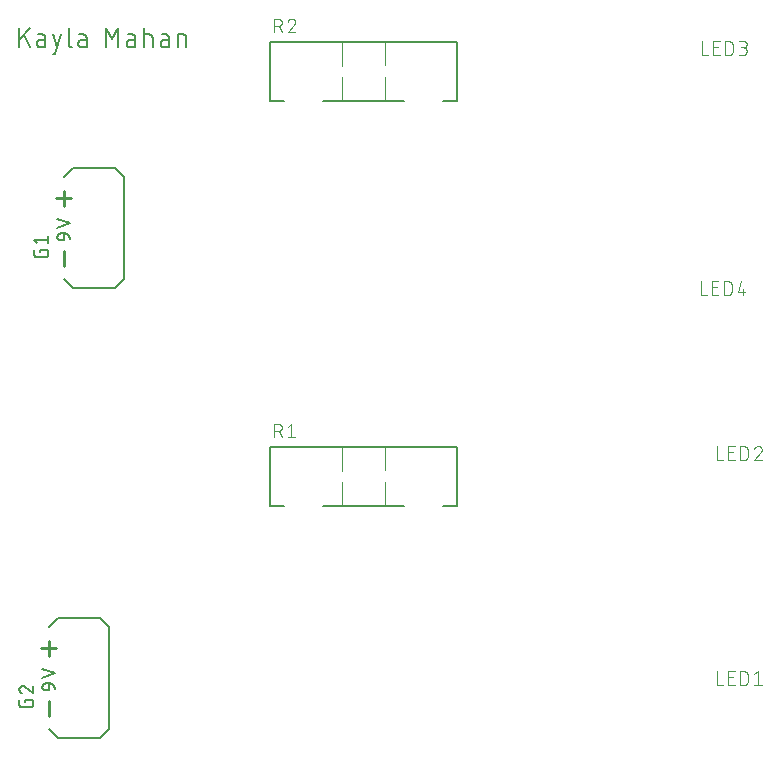
<source format=gto>
G04 EAGLE Gerber RS-274X export*
G75*
%MOMM*%
%FSLAX34Y34*%
%LPD*%
%INSilkscreen Top*%
%IPPOS*%
%AMOC8*
5,1,8,0,0,1.08239X$1,22.5*%
G01*
%ADD10C,0.152400*%
%ADD11C,0.254000*%
%ADD12C,0.203200*%
%ADD13C,0.127000*%
%ADD14C,0.101600*%
%ADD15C,0.010000*%


D10*
X38862Y750062D02*
X38862Y766318D01*
X47893Y766318D02*
X38862Y756384D01*
X42474Y759996D02*
X47893Y750062D01*
X56710Y756384D02*
X60774Y756384D01*
X56710Y756384D02*
X56598Y756382D01*
X56487Y756376D01*
X56376Y756366D01*
X56265Y756353D01*
X56155Y756335D01*
X56046Y756313D01*
X55937Y756288D01*
X55829Y756259D01*
X55723Y756226D01*
X55617Y756189D01*
X55513Y756149D01*
X55411Y756105D01*
X55310Y756057D01*
X55211Y756006D01*
X55113Y755951D01*
X55018Y755893D01*
X54925Y755832D01*
X54834Y755767D01*
X54745Y755699D01*
X54659Y755628D01*
X54576Y755555D01*
X54495Y755478D01*
X54416Y755398D01*
X54341Y755316D01*
X54269Y755231D01*
X54199Y755144D01*
X54133Y755054D01*
X54070Y754962D01*
X54010Y754867D01*
X53954Y754771D01*
X53901Y754673D01*
X53852Y754573D01*
X53806Y754471D01*
X53764Y754368D01*
X53725Y754263D01*
X53690Y754157D01*
X53659Y754050D01*
X53632Y753942D01*
X53608Y753833D01*
X53589Y753723D01*
X53573Y753613D01*
X53561Y753502D01*
X53553Y753390D01*
X53549Y753279D01*
X53549Y753167D01*
X53553Y753056D01*
X53561Y752944D01*
X53573Y752833D01*
X53589Y752723D01*
X53608Y752613D01*
X53632Y752504D01*
X53659Y752396D01*
X53690Y752289D01*
X53725Y752183D01*
X53764Y752078D01*
X53806Y751975D01*
X53852Y751873D01*
X53901Y751773D01*
X53954Y751675D01*
X54010Y751579D01*
X54070Y751484D01*
X54133Y751392D01*
X54199Y751302D01*
X54269Y751215D01*
X54341Y751130D01*
X54416Y751048D01*
X54495Y750968D01*
X54576Y750891D01*
X54659Y750818D01*
X54745Y750747D01*
X54834Y750679D01*
X54925Y750614D01*
X55018Y750553D01*
X55113Y750495D01*
X55211Y750440D01*
X55310Y750389D01*
X55411Y750341D01*
X55513Y750297D01*
X55617Y750257D01*
X55723Y750220D01*
X55829Y750187D01*
X55937Y750158D01*
X56046Y750133D01*
X56155Y750111D01*
X56265Y750093D01*
X56376Y750080D01*
X56487Y750070D01*
X56598Y750064D01*
X56710Y750062D01*
X60774Y750062D01*
X60774Y758190D01*
X60772Y758291D01*
X60766Y758392D01*
X60757Y758493D01*
X60744Y758594D01*
X60727Y758694D01*
X60706Y758793D01*
X60682Y758891D01*
X60654Y758988D01*
X60622Y759085D01*
X60587Y759180D01*
X60548Y759273D01*
X60506Y759365D01*
X60460Y759456D01*
X60411Y759545D01*
X60359Y759631D01*
X60303Y759716D01*
X60245Y759799D01*
X60183Y759879D01*
X60118Y759957D01*
X60051Y760033D01*
X59981Y760106D01*
X59908Y760176D01*
X59832Y760243D01*
X59754Y760308D01*
X59674Y760370D01*
X59591Y760428D01*
X59506Y760484D01*
X59420Y760536D01*
X59331Y760585D01*
X59240Y760631D01*
X59148Y760673D01*
X59055Y760712D01*
X58960Y760747D01*
X58863Y760779D01*
X58766Y760807D01*
X58668Y760831D01*
X58569Y760852D01*
X58469Y760869D01*
X58368Y760882D01*
X58267Y760891D01*
X58166Y760897D01*
X58065Y760899D01*
X54452Y760899D01*
X67169Y744643D02*
X68976Y744643D01*
X74394Y760899D01*
X67169Y760899D02*
X70782Y750062D01*
X80432Y752771D02*
X80432Y766318D01*
X80433Y752771D02*
X80435Y752670D01*
X80441Y752569D01*
X80450Y752468D01*
X80463Y752367D01*
X80480Y752267D01*
X80501Y752168D01*
X80525Y752070D01*
X80553Y751973D01*
X80585Y751876D01*
X80620Y751781D01*
X80659Y751688D01*
X80701Y751596D01*
X80747Y751505D01*
X80796Y751417D01*
X80848Y751330D01*
X80904Y751245D01*
X80962Y751162D01*
X81024Y751082D01*
X81089Y751004D01*
X81156Y750928D01*
X81226Y750855D01*
X81299Y750785D01*
X81375Y750718D01*
X81453Y750653D01*
X81533Y750591D01*
X81616Y750533D01*
X81701Y750477D01*
X81788Y750425D01*
X81876Y750376D01*
X81967Y750330D01*
X82059Y750288D01*
X82152Y750249D01*
X82247Y750214D01*
X82344Y750182D01*
X82441Y750154D01*
X82539Y750130D01*
X82638Y750109D01*
X82738Y750092D01*
X82839Y750079D01*
X82940Y750070D01*
X83041Y750064D01*
X83142Y750062D01*
X91620Y756384D02*
X95684Y756384D01*
X91620Y756384D02*
X91508Y756382D01*
X91397Y756376D01*
X91286Y756366D01*
X91175Y756353D01*
X91065Y756335D01*
X90956Y756313D01*
X90847Y756288D01*
X90739Y756259D01*
X90633Y756226D01*
X90527Y756189D01*
X90423Y756149D01*
X90321Y756105D01*
X90220Y756057D01*
X90121Y756006D01*
X90023Y755951D01*
X89928Y755893D01*
X89835Y755832D01*
X89744Y755767D01*
X89655Y755699D01*
X89569Y755628D01*
X89486Y755555D01*
X89405Y755478D01*
X89326Y755398D01*
X89251Y755316D01*
X89179Y755231D01*
X89109Y755144D01*
X89043Y755054D01*
X88980Y754962D01*
X88920Y754867D01*
X88864Y754771D01*
X88811Y754673D01*
X88762Y754573D01*
X88716Y754471D01*
X88674Y754368D01*
X88635Y754263D01*
X88600Y754157D01*
X88569Y754050D01*
X88542Y753942D01*
X88518Y753833D01*
X88499Y753723D01*
X88483Y753613D01*
X88471Y753502D01*
X88463Y753390D01*
X88459Y753279D01*
X88459Y753167D01*
X88463Y753056D01*
X88471Y752944D01*
X88483Y752833D01*
X88499Y752723D01*
X88518Y752613D01*
X88542Y752504D01*
X88569Y752396D01*
X88600Y752289D01*
X88635Y752183D01*
X88674Y752078D01*
X88716Y751975D01*
X88762Y751873D01*
X88811Y751773D01*
X88864Y751675D01*
X88920Y751579D01*
X88980Y751484D01*
X89043Y751392D01*
X89109Y751302D01*
X89179Y751215D01*
X89251Y751130D01*
X89326Y751048D01*
X89405Y750968D01*
X89486Y750891D01*
X89569Y750818D01*
X89655Y750747D01*
X89744Y750679D01*
X89835Y750614D01*
X89928Y750553D01*
X90023Y750495D01*
X90121Y750440D01*
X90220Y750389D01*
X90321Y750341D01*
X90423Y750297D01*
X90527Y750257D01*
X90633Y750220D01*
X90739Y750187D01*
X90847Y750158D01*
X90956Y750133D01*
X91065Y750111D01*
X91175Y750093D01*
X91286Y750080D01*
X91397Y750070D01*
X91508Y750064D01*
X91620Y750062D01*
X95684Y750062D01*
X95684Y758190D01*
X95683Y758190D02*
X95681Y758291D01*
X95675Y758392D01*
X95666Y758493D01*
X95653Y758594D01*
X95636Y758694D01*
X95615Y758793D01*
X95591Y758891D01*
X95563Y758988D01*
X95531Y759085D01*
X95496Y759180D01*
X95457Y759273D01*
X95415Y759365D01*
X95369Y759456D01*
X95320Y759545D01*
X95268Y759631D01*
X95212Y759716D01*
X95154Y759799D01*
X95092Y759879D01*
X95027Y759957D01*
X94960Y760033D01*
X94890Y760106D01*
X94817Y760176D01*
X94741Y760243D01*
X94663Y760308D01*
X94583Y760370D01*
X94500Y760428D01*
X94415Y760484D01*
X94329Y760536D01*
X94240Y760585D01*
X94149Y760631D01*
X94057Y760673D01*
X93964Y760712D01*
X93869Y760747D01*
X93772Y760779D01*
X93675Y760807D01*
X93577Y760831D01*
X93478Y760852D01*
X93378Y760869D01*
X93277Y760882D01*
X93176Y760891D01*
X93075Y760897D01*
X92974Y760899D01*
X89362Y760899D01*
X111736Y766318D02*
X111736Y750062D01*
X117154Y757287D02*
X111736Y766318D01*
X117154Y757287D02*
X122573Y766318D01*
X122573Y750062D01*
X132782Y756384D02*
X136846Y756384D01*
X132782Y756384D02*
X132670Y756382D01*
X132559Y756376D01*
X132448Y756366D01*
X132337Y756353D01*
X132227Y756335D01*
X132118Y756313D01*
X132009Y756288D01*
X131901Y756259D01*
X131795Y756226D01*
X131689Y756189D01*
X131585Y756149D01*
X131483Y756105D01*
X131382Y756057D01*
X131283Y756006D01*
X131185Y755951D01*
X131090Y755893D01*
X130997Y755832D01*
X130906Y755767D01*
X130817Y755699D01*
X130731Y755628D01*
X130648Y755555D01*
X130567Y755478D01*
X130488Y755398D01*
X130413Y755316D01*
X130341Y755231D01*
X130271Y755144D01*
X130205Y755054D01*
X130142Y754962D01*
X130082Y754867D01*
X130026Y754771D01*
X129973Y754673D01*
X129924Y754573D01*
X129878Y754471D01*
X129836Y754368D01*
X129797Y754263D01*
X129762Y754157D01*
X129731Y754050D01*
X129704Y753942D01*
X129680Y753833D01*
X129661Y753723D01*
X129645Y753613D01*
X129633Y753502D01*
X129625Y753390D01*
X129621Y753279D01*
X129621Y753167D01*
X129625Y753056D01*
X129633Y752944D01*
X129645Y752833D01*
X129661Y752723D01*
X129680Y752613D01*
X129704Y752504D01*
X129731Y752396D01*
X129762Y752289D01*
X129797Y752183D01*
X129836Y752078D01*
X129878Y751975D01*
X129924Y751873D01*
X129973Y751773D01*
X130026Y751675D01*
X130082Y751579D01*
X130142Y751484D01*
X130205Y751392D01*
X130271Y751302D01*
X130341Y751215D01*
X130413Y751130D01*
X130488Y751048D01*
X130567Y750968D01*
X130648Y750891D01*
X130731Y750818D01*
X130817Y750747D01*
X130906Y750679D01*
X130997Y750614D01*
X131090Y750553D01*
X131185Y750495D01*
X131283Y750440D01*
X131382Y750389D01*
X131483Y750341D01*
X131585Y750297D01*
X131689Y750257D01*
X131795Y750220D01*
X131901Y750187D01*
X132009Y750158D01*
X132118Y750133D01*
X132227Y750111D01*
X132337Y750093D01*
X132448Y750080D01*
X132559Y750070D01*
X132670Y750064D01*
X132782Y750062D01*
X136846Y750062D01*
X136846Y758190D01*
X136845Y758190D02*
X136843Y758291D01*
X136837Y758392D01*
X136828Y758493D01*
X136815Y758594D01*
X136798Y758694D01*
X136777Y758793D01*
X136753Y758891D01*
X136725Y758988D01*
X136693Y759085D01*
X136658Y759180D01*
X136619Y759273D01*
X136577Y759365D01*
X136531Y759456D01*
X136482Y759545D01*
X136430Y759631D01*
X136374Y759716D01*
X136316Y759799D01*
X136254Y759879D01*
X136189Y759957D01*
X136122Y760033D01*
X136052Y760106D01*
X135979Y760176D01*
X135903Y760243D01*
X135825Y760308D01*
X135745Y760370D01*
X135662Y760428D01*
X135577Y760484D01*
X135491Y760536D01*
X135402Y760585D01*
X135311Y760631D01*
X135219Y760673D01*
X135126Y760712D01*
X135031Y760747D01*
X134934Y760779D01*
X134837Y760807D01*
X134739Y760831D01*
X134640Y760852D01*
X134540Y760869D01*
X134439Y760882D01*
X134338Y760891D01*
X134237Y760897D01*
X134136Y760899D01*
X130524Y760899D01*
X144283Y766318D02*
X144283Y750062D01*
X144283Y760899D02*
X148799Y760899D01*
X148903Y760897D01*
X149006Y760891D01*
X149110Y760881D01*
X149213Y760867D01*
X149315Y760849D01*
X149416Y760828D01*
X149517Y760802D01*
X149616Y760773D01*
X149715Y760740D01*
X149812Y760703D01*
X149907Y760662D01*
X150001Y760618D01*
X150093Y760570D01*
X150183Y760519D01*
X150272Y760464D01*
X150358Y760406D01*
X150441Y760344D01*
X150523Y760280D01*
X150601Y760212D01*
X150677Y760142D01*
X150751Y760069D01*
X150821Y759992D01*
X150889Y759914D01*
X150953Y759832D01*
X151015Y759749D01*
X151073Y759663D01*
X151128Y759574D01*
X151179Y759484D01*
X151227Y759392D01*
X151271Y759298D01*
X151312Y759203D01*
X151349Y759106D01*
X151382Y759007D01*
X151411Y758908D01*
X151437Y758807D01*
X151458Y758706D01*
X151476Y758604D01*
X151490Y758501D01*
X151500Y758397D01*
X151506Y758294D01*
X151508Y758190D01*
X151508Y750062D01*
X161439Y756384D02*
X165503Y756384D01*
X161439Y756384D02*
X161327Y756382D01*
X161216Y756376D01*
X161105Y756366D01*
X160994Y756353D01*
X160884Y756335D01*
X160775Y756313D01*
X160666Y756288D01*
X160558Y756259D01*
X160452Y756226D01*
X160346Y756189D01*
X160242Y756149D01*
X160140Y756105D01*
X160039Y756057D01*
X159940Y756006D01*
X159842Y755951D01*
X159747Y755893D01*
X159654Y755832D01*
X159563Y755767D01*
X159474Y755699D01*
X159388Y755628D01*
X159305Y755555D01*
X159224Y755478D01*
X159145Y755398D01*
X159070Y755316D01*
X158998Y755231D01*
X158928Y755144D01*
X158862Y755054D01*
X158799Y754962D01*
X158739Y754867D01*
X158683Y754771D01*
X158630Y754673D01*
X158581Y754573D01*
X158535Y754471D01*
X158493Y754368D01*
X158454Y754263D01*
X158419Y754157D01*
X158388Y754050D01*
X158361Y753942D01*
X158337Y753833D01*
X158318Y753723D01*
X158302Y753613D01*
X158290Y753502D01*
X158282Y753390D01*
X158278Y753279D01*
X158278Y753167D01*
X158282Y753056D01*
X158290Y752944D01*
X158302Y752833D01*
X158318Y752723D01*
X158337Y752613D01*
X158361Y752504D01*
X158388Y752396D01*
X158419Y752289D01*
X158454Y752183D01*
X158493Y752078D01*
X158535Y751975D01*
X158581Y751873D01*
X158630Y751773D01*
X158683Y751675D01*
X158739Y751579D01*
X158799Y751484D01*
X158862Y751392D01*
X158928Y751302D01*
X158998Y751215D01*
X159070Y751130D01*
X159145Y751048D01*
X159224Y750968D01*
X159305Y750891D01*
X159388Y750818D01*
X159474Y750747D01*
X159563Y750679D01*
X159654Y750614D01*
X159747Y750553D01*
X159842Y750495D01*
X159940Y750440D01*
X160039Y750389D01*
X160140Y750341D01*
X160242Y750297D01*
X160346Y750257D01*
X160452Y750220D01*
X160558Y750187D01*
X160666Y750158D01*
X160775Y750133D01*
X160884Y750111D01*
X160994Y750093D01*
X161105Y750080D01*
X161216Y750070D01*
X161327Y750064D01*
X161439Y750062D01*
X165503Y750062D01*
X165503Y758190D01*
X165501Y758291D01*
X165495Y758392D01*
X165486Y758493D01*
X165473Y758594D01*
X165456Y758694D01*
X165435Y758793D01*
X165411Y758891D01*
X165383Y758988D01*
X165351Y759085D01*
X165316Y759180D01*
X165277Y759273D01*
X165235Y759365D01*
X165189Y759456D01*
X165140Y759545D01*
X165088Y759631D01*
X165032Y759716D01*
X164974Y759799D01*
X164912Y759879D01*
X164847Y759957D01*
X164780Y760033D01*
X164710Y760106D01*
X164637Y760176D01*
X164561Y760243D01*
X164483Y760308D01*
X164403Y760370D01*
X164320Y760428D01*
X164235Y760484D01*
X164149Y760536D01*
X164060Y760585D01*
X163969Y760631D01*
X163877Y760673D01*
X163784Y760712D01*
X163689Y760747D01*
X163592Y760779D01*
X163495Y760807D01*
X163397Y760831D01*
X163298Y760852D01*
X163198Y760869D01*
X163097Y760882D01*
X162996Y760891D01*
X162895Y760897D01*
X162794Y760899D01*
X159181Y760899D01*
X172941Y760899D02*
X172941Y750062D01*
X172941Y760899D02*
X177456Y760899D01*
X177560Y760897D01*
X177663Y760891D01*
X177767Y760881D01*
X177870Y760867D01*
X177972Y760849D01*
X178073Y760828D01*
X178174Y760802D01*
X178273Y760773D01*
X178372Y760740D01*
X178469Y760703D01*
X178564Y760662D01*
X178658Y760618D01*
X178750Y760570D01*
X178840Y760519D01*
X178929Y760464D01*
X179015Y760406D01*
X179098Y760344D01*
X179180Y760280D01*
X179258Y760212D01*
X179334Y760142D01*
X179408Y760069D01*
X179478Y759992D01*
X179546Y759914D01*
X179610Y759832D01*
X179672Y759749D01*
X179730Y759663D01*
X179785Y759574D01*
X179836Y759484D01*
X179884Y759392D01*
X179928Y759298D01*
X179969Y759203D01*
X180006Y759106D01*
X180039Y759007D01*
X180068Y758908D01*
X180094Y758807D01*
X180115Y758706D01*
X180133Y758604D01*
X180147Y758501D01*
X180157Y758397D01*
X180163Y758294D01*
X180165Y758190D01*
X180165Y750062D01*
D11*
X76200Y577850D02*
X76200Y565150D01*
X76200Y615950D02*
X76200Y628650D01*
X82550Y622300D02*
X69850Y622300D01*
D10*
X76200Y640080D02*
X83820Y647700D01*
X119380Y647700D01*
X127000Y640080D01*
X127000Y553720D01*
X119380Y546100D01*
X83820Y546100D01*
X76200Y553720D01*
D12*
X76793Y588857D02*
X76793Y592413D01*
X76793Y588857D02*
X76791Y588762D01*
X76785Y588666D01*
X76776Y588571D01*
X76762Y588477D01*
X76745Y588383D01*
X76724Y588290D01*
X76699Y588197D01*
X76671Y588106D01*
X76639Y588016D01*
X76603Y587928D01*
X76564Y587841D01*
X76521Y587755D01*
X76475Y587671D01*
X76426Y587590D01*
X76373Y587510D01*
X76317Y587433D01*
X76259Y587357D01*
X76197Y587285D01*
X76132Y587215D01*
X76064Y587147D01*
X75994Y587082D01*
X75922Y587020D01*
X75846Y586962D01*
X75769Y586906D01*
X75689Y586853D01*
X75607Y586804D01*
X75524Y586758D01*
X75438Y586715D01*
X75351Y586676D01*
X75263Y586640D01*
X75173Y586608D01*
X75082Y586580D01*
X74989Y586555D01*
X74896Y586534D01*
X74802Y586517D01*
X74708Y586503D01*
X74613Y586494D01*
X74517Y586488D01*
X74422Y586486D01*
X73829Y586486D01*
X73722Y586488D01*
X73615Y586494D01*
X73509Y586503D01*
X73403Y586517D01*
X73297Y586534D01*
X73192Y586555D01*
X73088Y586580D01*
X72985Y586609D01*
X72883Y586641D01*
X72782Y586677D01*
X72683Y586717D01*
X72585Y586760D01*
X72489Y586807D01*
X72394Y586857D01*
X72301Y586910D01*
X72211Y586967D01*
X72122Y587027D01*
X72036Y587090D01*
X71952Y587156D01*
X71870Y587226D01*
X71791Y587298D01*
X71715Y587373D01*
X71641Y587451D01*
X71571Y587531D01*
X71503Y587614D01*
X71438Y587699D01*
X71377Y587786D01*
X71318Y587876D01*
X71263Y587968D01*
X71211Y588061D01*
X71163Y588157D01*
X71118Y588254D01*
X71076Y588352D01*
X71039Y588452D01*
X71004Y588554D01*
X70974Y588656D01*
X70947Y588760D01*
X70924Y588864D01*
X70905Y588970D01*
X70890Y589076D01*
X70878Y589182D01*
X70870Y589289D01*
X70866Y589396D01*
X70866Y589502D01*
X70870Y589609D01*
X70878Y589716D01*
X70890Y589822D01*
X70905Y589928D01*
X70924Y590034D01*
X70947Y590138D01*
X70974Y590242D01*
X71004Y590344D01*
X71039Y590446D01*
X71076Y590546D01*
X71118Y590644D01*
X71163Y590741D01*
X71211Y590837D01*
X71263Y590931D01*
X71318Y591022D01*
X71377Y591112D01*
X71438Y591199D01*
X71503Y591284D01*
X71571Y591367D01*
X71641Y591447D01*
X71715Y591525D01*
X71791Y591600D01*
X71870Y591672D01*
X71952Y591742D01*
X72036Y591808D01*
X72122Y591871D01*
X72211Y591931D01*
X72301Y591988D01*
X72394Y592041D01*
X72489Y592091D01*
X72585Y592138D01*
X72683Y592181D01*
X72782Y592221D01*
X72883Y592257D01*
X72985Y592289D01*
X73088Y592318D01*
X73192Y592343D01*
X73297Y592364D01*
X73403Y592381D01*
X73509Y592395D01*
X73615Y592404D01*
X73722Y592410D01*
X73829Y592412D01*
X73829Y592413D02*
X76793Y592413D01*
X76793Y592412D02*
X76928Y592410D01*
X77064Y592404D01*
X77199Y592395D01*
X77333Y592381D01*
X77468Y592364D01*
X77601Y592343D01*
X77735Y592318D01*
X77867Y592289D01*
X77998Y592256D01*
X78129Y592220D01*
X78258Y592180D01*
X78386Y592136D01*
X78513Y592089D01*
X78639Y592038D01*
X78762Y591984D01*
X78885Y591926D01*
X79005Y591864D01*
X79124Y591799D01*
X79241Y591731D01*
X79356Y591659D01*
X79469Y591585D01*
X79580Y591507D01*
X79688Y591425D01*
X79794Y591341D01*
X79898Y591254D01*
X79999Y591164D01*
X80097Y591071D01*
X80193Y590975D01*
X80286Y590877D01*
X80376Y590776D01*
X80463Y590672D01*
X80547Y590566D01*
X80629Y590458D01*
X80707Y590347D01*
X80781Y590234D01*
X80853Y590119D01*
X80921Y590002D01*
X80986Y589883D01*
X81048Y589763D01*
X81106Y589640D01*
X81160Y589517D01*
X81211Y589391D01*
X81258Y589264D01*
X81302Y589136D01*
X81342Y589007D01*
X81378Y588876D01*
X81411Y588745D01*
X81440Y588613D01*
X81465Y588479D01*
X81486Y588346D01*
X81503Y588211D01*
X81517Y588077D01*
X81526Y587942D01*
X81532Y587806D01*
X81534Y587671D01*
X81534Y600879D02*
X70866Y597323D01*
X70866Y604435D02*
X81534Y600879D01*
D13*
X56515Y578485D02*
X56515Y576580D01*
X56515Y578485D02*
X62865Y578485D01*
X62865Y574675D01*
X62863Y574575D01*
X62857Y574476D01*
X62847Y574376D01*
X62834Y574278D01*
X62816Y574179D01*
X62795Y574082D01*
X62770Y573986D01*
X62741Y573890D01*
X62708Y573796D01*
X62672Y573703D01*
X62632Y573612D01*
X62588Y573522D01*
X62541Y573434D01*
X62491Y573348D01*
X62437Y573264D01*
X62380Y573182D01*
X62320Y573103D01*
X62256Y573025D01*
X62190Y572951D01*
X62121Y572879D01*
X62049Y572810D01*
X61975Y572744D01*
X61897Y572680D01*
X61818Y572620D01*
X61736Y572563D01*
X61652Y572509D01*
X61566Y572459D01*
X61478Y572412D01*
X61388Y572368D01*
X61297Y572328D01*
X61204Y572292D01*
X61110Y572259D01*
X61014Y572230D01*
X60918Y572205D01*
X60821Y572184D01*
X60722Y572166D01*
X60624Y572153D01*
X60524Y572143D01*
X60425Y572137D01*
X60325Y572135D01*
X53975Y572135D01*
X53875Y572137D01*
X53776Y572143D01*
X53676Y572153D01*
X53578Y572166D01*
X53479Y572184D01*
X53382Y572205D01*
X53286Y572230D01*
X53190Y572259D01*
X53096Y572292D01*
X53003Y572328D01*
X52912Y572368D01*
X52822Y572412D01*
X52734Y572459D01*
X52648Y572509D01*
X52564Y572563D01*
X52482Y572620D01*
X52403Y572680D01*
X52325Y572744D01*
X52251Y572810D01*
X52179Y572879D01*
X52110Y572951D01*
X52044Y573025D01*
X51980Y573103D01*
X51920Y573182D01*
X51863Y573264D01*
X51809Y573348D01*
X51759Y573434D01*
X51712Y573522D01*
X51668Y573612D01*
X51628Y573703D01*
X51592Y573796D01*
X51559Y573890D01*
X51530Y573986D01*
X51505Y574082D01*
X51484Y574179D01*
X51466Y574278D01*
X51453Y574376D01*
X51443Y574476D01*
X51437Y574575D01*
X51435Y574675D01*
X51435Y578485D01*
X53975Y583946D02*
X51435Y587121D01*
X62865Y587121D01*
X62865Y583946D02*
X62865Y590296D01*
D11*
X63500Y196850D02*
X63500Y184150D01*
X63500Y234950D02*
X63500Y247650D01*
X69850Y241300D02*
X57150Y241300D01*
D10*
X63500Y259080D02*
X71120Y266700D01*
X106680Y266700D01*
X114300Y259080D01*
X114300Y172720D01*
X106680Y165100D01*
X71120Y165100D01*
X63500Y172720D01*
D12*
X64093Y207857D02*
X64093Y211413D01*
X64093Y207857D02*
X64091Y207762D01*
X64085Y207666D01*
X64076Y207571D01*
X64062Y207477D01*
X64045Y207383D01*
X64024Y207290D01*
X63999Y207197D01*
X63971Y207106D01*
X63939Y207016D01*
X63903Y206928D01*
X63864Y206841D01*
X63821Y206755D01*
X63775Y206671D01*
X63726Y206590D01*
X63673Y206510D01*
X63617Y206433D01*
X63559Y206357D01*
X63497Y206285D01*
X63432Y206215D01*
X63364Y206147D01*
X63294Y206082D01*
X63222Y206020D01*
X63146Y205962D01*
X63069Y205906D01*
X62989Y205853D01*
X62907Y205804D01*
X62824Y205758D01*
X62738Y205715D01*
X62651Y205676D01*
X62563Y205640D01*
X62473Y205608D01*
X62382Y205580D01*
X62289Y205555D01*
X62196Y205534D01*
X62102Y205517D01*
X62008Y205503D01*
X61913Y205494D01*
X61817Y205488D01*
X61722Y205486D01*
X61129Y205486D01*
X61022Y205488D01*
X60915Y205494D01*
X60809Y205503D01*
X60703Y205517D01*
X60597Y205534D01*
X60492Y205555D01*
X60388Y205580D01*
X60285Y205609D01*
X60183Y205641D01*
X60082Y205677D01*
X59983Y205717D01*
X59885Y205760D01*
X59789Y205807D01*
X59694Y205857D01*
X59601Y205910D01*
X59511Y205967D01*
X59422Y206027D01*
X59336Y206090D01*
X59252Y206156D01*
X59170Y206226D01*
X59091Y206298D01*
X59015Y206373D01*
X58941Y206451D01*
X58871Y206531D01*
X58803Y206614D01*
X58738Y206699D01*
X58677Y206786D01*
X58618Y206876D01*
X58563Y206968D01*
X58511Y207061D01*
X58463Y207157D01*
X58418Y207254D01*
X58376Y207352D01*
X58339Y207452D01*
X58304Y207554D01*
X58274Y207656D01*
X58247Y207760D01*
X58224Y207864D01*
X58205Y207970D01*
X58190Y208076D01*
X58178Y208182D01*
X58170Y208289D01*
X58166Y208396D01*
X58166Y208502D01*
X58170Y208609D01*
X58178Y208716D01*
X58190Y208822D01*
X58205Y208928D01*
X58224Y209034D01*
X58247Y209138D01*
X58274Y209242D01*
X58304Y209344D01*
X58339Y209446D01*
X58376Y209546D01*
X58418Y209644D01*
X58463Y209741D01*
X58511Y209837D01*
X58563Y209931D01*
X58618Y210022D01*
X58677Y210112D01*
X58738Y210199D01*
X58803Y210284D01*
X58871Y210367D01*
X58941Y210447D01*
X59015Y210525D01*
X59091Y210600D01*
X59170Y210672D01*
X59252Y210742D01*
X59336Y210808D01*
X59422Y210871D01*
X59511Y210931D01*
X59601Y210988D01*
X59694Y211041D01*
X59789Y211091D01*
X59885Y211138D01*
X59983Y211181D01*
X60082Y211221D01*
X60183Y211257D01*
X60285Y211289D01*
X60388Y211318D01*
X60492Y211343D01*
X60597Y211364D01*
X60703Y211381D01*
X60809Y211395D01*
X60915Y211404D01*
X61022Y211410D01*
X61129Y211412D01*
X61129Y211413D02*
X64093Y211413D01*
X64093Y211412D02*
X64228Y211410D01*
X64364Y211404D01*
X64499Y211395D01*
X64633Y211381D01*
X64768Y211364D01*
X64901Y211343D01*
X65035Y211318D01*
X65167Y211289D01*
X65298Y211256D01*
X65429Y211220D01*
X65558Y211180D01*
X65686Y211136D01*
X65813Y211089D01*
X65939Y211038D01*
X66062Y210984D01*
X66185Y210926D01*
X66305Y210864D01*
X66424Y210799D01*
X66541Y210731D01*
X66656Y210659D01*
X66769Y210585D01*
X66880Y210507D01*
X66988Y210425D01*
X67094Y210341D01*
X67198Y210254D01*
X67299Y210164D01*
X67397Y210071D01*
X67493Y209975D01*
X67586Y209877D01*
X67676Y209776D01*
X67763Y209672D01*
X67847Y209566D01*
X67929Y209458D01*
X68007Y209347D01*
X68081Y209234D01*
X68153Y209119D01*
X68221Y209002D01*
X68286Y208883D01*
X68348Y208763D01*
X68406Y208640D01*
X68460Y208517D01*
X68511Y208391D01*
X68558Y208264D01*
X68602Y208136D01*
X68642Y208007D01*
X68678Y207876D01*
X68711Y207745D01*
X68740Y207613D01*
X68765Y207479D01*
X68786Y207346D01*
X68803Y207211D01*
X68817Y207077D01*
X68826Y206942D01*
X68832Y206806D01*
X68834Y206671D01*
X68834Y219879D02*
X58166Y216323D01*
X58166Y223435D02*
X68834Y219879D01*
D13*
X43815Y197485D02*
X43815Y195580D01*
X43815Y197485D02*
X50165Y197485D01*
X50165Y193675D01*
X50163Y193575D01*
X50157Y193476D01*
X50147Y193376D01*
X50134Y193278D01*
X50116Y193179D01*
X50095Y193082D01*
X50070Y192986D01*
X50041Y192890D01*
X50008Y192796D01*
X49972Y192703D01*
X49932Y192612D01*
X49888Y192522D01*
X49841Y192434D01*
X49791Y192348D01*
X49737Y192264D01*
X49680Y192182D01*
X49620Y192103D01*
X49556Y192025D01*
X49490Y191951D01*
X49421Y191879D01*
X49349Y191810D01*
X49275Y191744D01*
X49197Y191680D01*
X49118Y191620D01*
X49036Y191563D01*
X48952Y191509D01*
X48866Y191459D01*
X48778Y191412D01*
X48688Y191368D01*
X48597Y191328D01*
X48504Y191292D01*
X48410Y191259D01*
X48314Y191230D01*
X48218Y191205D01*
X48121Y191184D01*
X48022Y191166D01*
X47924Y191153D01*
X47824Y191143D01*
X47725Y191137D01*
X47625Y191135D01*
X41275Y191135D01*
X41175Y191137D01*
X41076Y191143D01*
X40976Y191153D01*
X40878Y191166D01*
X40779Y191184D01*
X40682Y191205D01*
X40586Y191230D01*
X40490Y191259D01*
X40396Y191292D01*
X40303Y191328D01*
X40212Y191368D01*
X40122Y191412D01*
X40034Y191459D01*
X39948Y191509D01*
X39864Y191563D01*
X39782Y191620D01*
X39703Y191680D01*
X39625Y191744D01*
X39551Y191810D01*
X39479Y191879D01*
X39410Y191951D01*
X39344Y192025D01*
X39280Y192103D01*
X39220Y192182D01*
X39163Y192264D01*
X39109Y192348D01*
X39059Y192434D01*
X39012Y192522D01*
X38968Y192612D01*
X38928Y192703D01*
X38892Y192796D01*
X38859Y192890D01*
X38830Y192986D01*
X38805Y193082D01*
X38784Y193179D01*
X38766Y193278D01*
X38753Y193376D01*
X38743Y193476D01*
X38737Y193575D01*
X38735Y193675D01*
X38735Y197485D01*
X38735Y206439D02*
X38737Y206543D01*
X38743Y206648D01*
X38752Y206752D01*
X38765Y206855D01*
X38783Y206958D01*
X38803Y207060D01*
X38828Y207162D01*
X38856Y207262D01*
X38888Y207362D01*
X38924Y207460D01*
X38963Y207557D01*
X39005Y207652D01*
X39051Y207746D01*
X39101Y207838D01*
X39153Y207928D01*
X39209Y208016D01*
X39269Y208102D01*
X39331Y208186D01*
X39396Y208267D01*
X39464Y208346D01*
X39536Y208423D01*
X39609Y208496D01*
X39686Y208568D01*
X39765Y208636D01*
X39846Y208701D01*
X39930Y208763D01*
X40016Y208823D01*
X40104Y208879D01*
X40194Y208931D01*
X40286Y208981D01*
X40380Y209027D01*
X40475Y209069D01*
X40572Y209108D01*
X40670Y209144D01*
X40770Y209176D01*
X40870Y209204D01*
X40972Y209229D01*
X41074Y209249D01*
X41177Y209267D01*
X41280Y209280D01*
X41384Y209289D01*
X41489Y209295D01*
X41593Y209297D01*
X38735Y206439D02*
X38737Y206321D01*
X38743Y206202D01*
X38752Y206084D01*
X38765Y205967D01*
X38783Y205850D01*
X38803Y205733D01*
X38828Y205617D01*
X38856Y205502D01*
X38889Y205389D01*
X38924Y205276D01*
X38964Y205164D01*
X39006Y205054D01*
X39053Y204945D01*
X39103Y204837D01*
X39156Y204732D01*
X39213Y204628D01*
X39273Y204526D01*
X39336Y204426D01*
X39403Y204328D01*
X39472Y204232D01*
X39545Y204139D01*
X39621Y204048D01*
X39699Y203959D01*
X39781Y203873D01*
X39865Y203790D01*
X39951Y203709D01*
X40041Y203632D01*
X40132Y203557D01*
X40226Y203485D01*
X40323Y203416D01*
X40421Y203351D01*
X40522Y203288D01*
X40625Y203229D01*
X40729Y203173D01*
X40835Y203121D01*
X40943Y203072D01*
X41052Y203027D01*
X41163Y202985D01*
X41275Y202947D01*
X43815Y208344D02*
X43740Y208420D01*
X43661Y208495D01*
X43580Y208566D01*
X43496Y208635D01*
X43410Y208700D01*
X43322Y208762D01*
X43232Y208822D01*
X43140Y208878D01*
X43045Y208931D01*
X42949Y208980D01*
X42851Y209026D01*
X42752Y209069D01*
X42651Y209108D01*
X42549Y209143D01*
X42446Y209175D01*
X42342Y209203D01*
X42237Y209228D01*
X42130Y209249D01*
X42024Y209266D01*
X41917Y209279D01*
X41809Y209288D01*
X41701Y209294D01*
X41593Y209296D01*
X43815Y208344D02*
X50165Y202946D01*
X50165Y209296D01*
D14*
X629158Y210058D02*
X629158Y221742D01*
X629158Y210058D02*
X634351Y210058D01*
X639064Y210058D02*
X644257Y210058D01*
X639064Y210058D02*
X639064Y221742D01*
X644257Y221742D01*
X642959Y216549D02*
X639064Y216549D01*
X648947Y221742D02*
X648947Y210058D01*
X648947Y221742D02*
X652193Y221742D01*
X652306Y221740D01*
X652419Y221734D01*
X652532Y221724D01*
X652645Y221710D01*
X652757Y221693D01*
X652868Y221671D01*
X652978Y221646D01*
X653088Y221616D01*
X653196Y221583D01*
X653303Y221546D01*
X653409Y221506D01*
X653513Y221461D01*
X653616Y221413D01*
X653717Y221362D01*
X653816Y221307D01*
X653913Y221249D01*
X654008Y221187D01*
X654101Y221122D01*
X654191Y221054D01*
X654279Y220983D01*
X654365Y220908D01*
X654448Y220831D01*
X654528Y220751D01*
X654605Y220668D01*
X654680Y220582D01*
X654751Y220494D01*
X654819Y220404D01*
X654884Y220311D01*
X654946Y220216D01*
X655004Y220119D01*
X655059Y220020D01*
X655110Y219919D01*
X655158Y219816D01*
X655203Y219712D01*
X655243Y219606D01*
X655280Y219499D01*
X655313Y219391D01*
X655343Y219281D01*
X655368Y219171D01*
X655390Y219060D01*
X655407Y218948D01*
X655421Y218835D01*
X655431Y218722D01*
X655437Y218609D01*
X655439Y218496D01*
X655439Y213304D01*
X655437Y213191D01*
X655431Y213078D01*
X655421Y212965D01*
X655407Y212852D01*
X655390Y212740D01*
X655368Y212629D01*
X655343Y212519D01*
X655313Y212409D01*
X655280Y212301D01*
X655243Y212194D01*
X655203Y212088D01*
X655158Y211984D01*
X655110Y211881D01*
X655059Y211780D01*
X655004Y211681D01*
X654946Y211584D01*
X654884Y211489D01*
X654819Y211396D01*
X654751Y211306D01*
X654680Y211218D01*
X654605Y211132D01*
X654528Y211049D01*
X654448Y210969D01*
X654365Y210892D01*
X654279Y210817D01*
X654191Y210746D01*
X654101Y210678D01*
X654008Y210613D01*
X653913Y210551D01*
X653816Y210493D01*
X653717Y210438D01*
X653616Y210387D01*
X653513Y210339D01*
X653409Y210294D01*
X653303Y210254D01*
X653196Y210217D01*
X653088Y210184D01*
X652978Y210154D01*
X652868Y210129D01*
X652757Y210107D01*
X652645Y210090D01*
X652532Y210076D01*
X652419Y210066D01*
X652306Y210060D01*
X652193Y210058D01*
X648947Y210058D01*
X660758Y219146D02*
X664004Y221742D01*
X664004Y210058D01*
X667249Y210058D02*
X660758Y210058D01*
X629158Y400558D02*
X629158Y412242D01*
X629158Y400558D02*
X634351Y400558D01*
X639064Y400558D02*
X644257Y400558D01*
X639064Y400558D02*
X639064Y412242D01*
X644257Y412242D01*
X642959Y407049D02*
X639064Y407049D01*
X648947Y412242D02*
X648947Y400558D01*
X648947Y412242D02*
X652193Y412242D01*
X652306Y412240D01*
X652419Y412234D01*
X652532Y412224D01*
X652645Y412210D01*
X652757Y412193D01*
X652868Y412171D01*
X652978Y412146D01*
X653088Y412116D01*
X653196Y412083D01*
X653303Y412046D01*
X653409Y412006D01*
X653513Y411961D01*
X653616Y411913D01*
X653717Y411862D01*
X653816Y411807D01*
X653913Y411749D01*
X654008Y411687D01*
X654101Y411622D01*
X654191Y411554D01*
X654279Y411483D01*
X654365Y411408D01*
X654448Y411331D01*
X654528Y411251D01*
X654605Y411168D01*
X654680Y411082D01*
X654751Y410994D01*
X654819Y410904D01*
X654884Y410811D01*
X654946Y410716D01*
X655004Y410619D01*
X655059Y410520D01*
X655110Y410419D01*
X655158Y410316D01*
X655203Y410212D01*
X655243Y410106D01*
X655280Y409999D01*
X655313Y409891D01*
X655343Y409781D01*
X655368Y409671D01*
X655390Y409560D01*
X655407Y409448D01*
X655421Y409335D01*
X655431Y409222D01*
X655437Y409109D01*
X655439Y408996D01*
X655439Y403804D01*
X655437Y403691D01*
X655431Y403578D01*
X655421Y403465D01*
X655407Y403352D01*
X655390Y403240D01*
X655368Y403129D01*
X655343Y403019D01*
X655313Y402909D01*
X655280Y402801D01*
X655243Y402694D01*
X655203Y402588D01*
X655158Y402484D01*
X655110Y402381D01*
X655059Y402280D01*
X655004Y402181D01*
X654946Y402084D01*
X654884Y401989D01*
X654819Y401896D01*
X654751Y401806D01*
X654680Y401718D01*
X654605Y401632D01*
X654528Y401549D01*
X654448Y401469D01*
X654365Y401392D01*
X654279Y401317D01*
X654191Y401246D01*
X654101Y401178D01*
X654008Y401113D01*
X653913Y401051D01*
X653816Y400993D01*
X653717Y400938D01*
X653616Y400887D01*
X653513Y400839D01*
X653409Y400794D01*
X653303Y400754D01*
X653196Y400717D01*
X653088Y400684D01*
X652978Y400654D01*
X652868Y400629D01*
X652757Y400607D01*
X652645Y400590D01*
X652532Y400576D01*
X652419Y400566D01*
X652306Y400560D01*
X652193Y400558D01*
X648947Y400558D01*
X664328Y412242D02*
X664435Y412240D01*
X664541Y412234D01*
X664647Y412224D01*
X664753Y412211D01*
X664859Y412193D01*
X664963Y412172D01*
X665067Y412147D01*
X665170Y412118D01*
X665271Y412086D01*
X665371Y412049D01*
X665470Y412009D01*
X665568Y411966D01*
X665664Y411919D01*
X665758Y411868D01*
X665850Y411814D01*
X665940Y411757D01*
X666028Y411697D01*
X666113Y411633D01*
X666196Y411566D01*
X666277Y411496D01*
X666355Y411424D01*
X666431Y411348D01*
X666503Y411270D01*
X666573Y411189D01*
X666640Y411106D01*
X666704Y411021D01*
X666764Y410933D01*
X666821Y410843D01*
X666875Y410751D01*
X666926Y410657D01*
X666973Y410561D01*
X667016Y410463D01*
X667056Y410364D01*
X667093Y410264D01*
X667125Y410163D01*
X667154Y410060D01*
X667179Y409956D01*
X667200Y409852D01*
X667218Y409746D01*
X667231Y409640D01*
X667241Y409534D01*
X667247Y409428D01*
X667249Y409321D01*
X664328Y412242D02*
X664207Y412240D01*
X664086Y412234D01*
X663966Y412224D01*
X663845Y412211D01*
X663726Y412193D01*
X663606Y412172D01*
X663488Y412147D01*
X663371Y412118D01*
X663254Y412085D01*
X663139Y412049D01*
X663025Y412008D01*
X662912Y411965D01*
X662800Y411917D01*
X662691Y411866D01*
X662583Y411811D01*
X662476Y411753D01*
X662372Y411692D01*
X662270Y411627D01*
X662170Y411559D01*
X662072Y411488D01*
X661976Y411414D01*
X661883Y411337D01*
X661793Y411256D01*
X661705Y411173D01*
X661620Y411087D01*
X661537Y410998D01*
X661458Y410907D01*
X661381Y410813D01*
X661308Y410717D01*
X661238Y410619D01*
X661171Y410518D01*
X661107Y410415D01*
X661047Y410310D01*
X660990Y410203D01*
X660936Y410095D01*
X660886Y409985D01*
X660840Y409873D01*
X660797Y409760D01*
X660758Y409645D01*
X666276Y407049D02*
X666355Y407126D01*
X666431Y407207D01*
X666504Y407290D01*
X666574Y407375D01*
X666641Y407463D01*
X666705Y407553D01*
X666765Y407645D01*
X666822Y407740D01*
X666876Y407836D01*
X666927Y407934D01*
X666974Y408034D01*
X667018Y408136D01*
X667058Y408239D01*
X667094Y408343D01*
X667126Y408449D01*
X667155Y408555D01*
X667180Y408663D01*
X667202Y408771D01*
X667219Y408881D01*
X667233Y408990D01*
X667242Y409100D01*
X667248Y409211D01*
X667250Y409321D01*
X666276Y407049D02*
X660758Y400558D01*
X667249Y400558D01*
X616458Y743458D02*
X616458Y755142D01*
X616458Y743458D02*
X621651Y743458D01*
X626364Y743458D02*
X631557Y743458D01*
X626364Y743458D02*
X626364Y755142D01*
X631557Y755142D01*
X630259Y749949D02*
X626364Y749949D01*
X636247Y755142D02*
X636247Y743458D01*
X636247Y755142D02*
X639493Y755142D01*
X639606Y755140D01*
X639719Y755134D01*
X639832Y755124D01*
X639945Y755110D01*
X640057Y755093D01*
X640168Y755071D01*
X640278Y755046D01*
X640388Y755016D01*
X640496Y754983D01*
X640603Y754946D01*
X640709Y754906D01*
X640813Y754861D01*
X640916Y754813D01*
X641017Y754762D01*
X641116Y754707D01*
X641213Y754649D01*
X641308Y754587D01*
X641401Y754522D01*
X641491Y754454D01*
X641579Y754383D01*
X641665Y754308D01*
X641748Y754231D01*
X641828Y754151D01*
X641905Y754068D01*
X641980Y753982D01*
X642051Y753894D01*
X642119Y753804D01*
X642184Y753711D01*
X642246Y753616D01*
X642304Y753519D01*
X642359Y753420D01*
X642410Y753319D01*
X642458Y753216D01*
X642503Y753112D01*
X642543Y753006D01*
X642580Y752899D01*
X642613Y752791D01*
X642643Y752681D01*
X642668Y752571D01*
X642690Y752460D01*
X642707Y752348D01*
X642721Y752235D01*
X642731Y752122D01*
X642737Y752009D01*
X642739Y751896D01*
X642739Y746704D01*
X642737Y746591D01*
X642731Y746478D01*
X642721Y746365D01*
X642707Y746252D01*
X642690Y746140D01*
X642668Y746029D01*
X642643Y745919D01*
X642613Y745809D01*
X642580Y745701D01*
X642543Y745594D01*
X642503Y745488D01*
X642458Y745384D01*
X642410Y745281D01*
X642359Y745180D01*
X642304Y745081D01*
X642246Y744984D01*
X642184Y744889D01*
X642119Y744796D01*
X642051Y744706D01*
X641980Y744618D01*
X641905Y744532D01*
X641828Y744449D01*
X641748Y744369D01*
X641665Y744292D01*
X641579Y744217D01*
X641491Y744146D01*
X641401Y744078D01*
X641308Y744013D01*
X641213Y743951D01*
X641116Y743893D01*
X641017Y743838D01*
X640916Y743787D01*
X640813Y743739D01*
X640709Y743694D01*
X640603Y743654D01*
X640496Y743617D01*
X640388Y743584D01*
X640278Y743554D01*
X640168Y743529D01*
X640057Y743507D01*
X639945Y743490D01*
X639832Y743476D01*
X639719Y743466D01*
X639606Y743460D01*
X639493Y743458D01*
X636247Y743458D01*
X648058Y743458D02*
X651304Y743458D01*
X651417Y743460D01*
X651530Y743466D01*
X651643Y743476D01*
X651756Y743490D01*
X651868Y743507D01*
X651979Y743529D01*
X652089Y743554D01*
X652199Y743584D01*
X652307Y743617D01*
X652414Y743654D01*
X652520Y743694D01*
X652624Y743739D01*
X652727Y743787D01*
X652828Y743838D01*
X652927Y743893D01*
X653024Y743951D01*
X653119Y744013D01*
X653212Y744078D01*
X653302Y744146D01*
X653390Y744217D01*
X653476Y744292D01*
X653559Y744369D01*
X653639Y744449D01*
X653716Y744532D01*
X653791Y744618D01*
X653862Y744706D01*
X653930Y744796D01*
X653995Y744889D01*
X654057Y744984D01*
X654115Y745081D01*
X654170Y745180D01*
X654221Y745281D01*
X654269Y745384D01*
X654314Y745488D01*
X654354Y745594D01*
X654391Y745701D01*
X654424Y745809D01*
X654454Y745919D01*
X654479Y746029D01*
X654501Y746140D01*
X654518Y746252D01*
X654532Y746365D01*
X654542Y746478D01*
X654548Y746591D01*
X654550Y746704D01*
X654548Y746817D01*
X654542Y746930D01*
X654532Y747043D01*
X654518Y747156D01*
X654501Y747268D01*
X654479Y747379D01*
X654454Y747489D01*
X654424Y747599D01*
X654391Y747707D01*
X654354Y747814D01*
X654314Y747920D01*
X654269Y748024D01*
X654221Y748127D01*
X654170Y748228D01*
X654115Y748327D01*
X654057Y748424D01*
X653995Y748519D01*
X653930Y748612D01*
X653862Y748702D01*
X653791Y748790D01*
X653716Y748876D01*
X653639Y748959D01*
X653559Y749039D01*
X653476Y749116D01*
X653390Y749191D01*
X653302Y749262D01*
X653212Y749330D01*
X653119Y749395D01*
X653024Y749457D01*
X652927Y749515D01*
X652828Y749570D01*
X652727Y749621D01*
X652624Y749669D01*
X652520Y749714D01*
X652414Y749754D01*
X652307Y749791D01*
X652199Y749824D01*
X652089Y749854D01*
X651979Y749879D01*
X651868Y749901D01*
X651756Y749918D01*
X651643Y749932D01*
X651530Y749942D01*
X651417Y749948D01*
X651304Y749950D01*
X651953Y755142D02*
X648058Y755142D01*
X651953Y755142D02*
X652054Y755140D01*
X652154Y755134D01*
X652254Y755124D01*
X652354Y755111D01*
X652453Y755093D01*
X652552Y755072D01*
X652649Y755047D01*
X652746Y755018D01*
X652841Y754985D01*
X652935Y754949D01*
X653027Y754909D01*
X653118Y754866D01*
X653207Y754819D01*
X653294Y754769D01*
X653380Y754715D01*
X653463Y754658D01*
X653543Y754598D01*
X653622Y754535D01*
X653698Y754468D01*
X653771Y754399D01*
X653841Y754327D01*
X653909Y754253D01*
X653974Y754176D01*
X654035Y754096D01*
X654094Y754014D01*
X654149Y753930D01*
X654201Y753844D01*
X654250Y753756D01*
X654295Y753666D01*
X654337Y753574D01*
X654375Y753481D01*
X654409Y753386D01*
X654440Y753291D01*
X654467Y753194D01*
X654490Y753096D01*
X654510Y752997D01*
X654525Y752897D01*
X654537Y752797D01*
X654545Y752697D01*
X654549Y752596D01*
X654549Y752496D01*
X654545Y752395D01*
X654537Y752295D01*
X654525Y752195D01*
X654510Y752095D01*
X654490Y751996D01*
X654467Y751898D01*
X654440Y751801D01*
X654409Y751706D01*
X654375Y751611D01*
X654337Y751518D01*
X654295Y751426D01*
X654250Y751336D01*
X654201Y751248D01*
X654149Y751162D01*
X654094Y751078D01*
X654035Y750996D01*
X653974Y750916D01*
X653909Y750839D01*
X653841Y750765D01*
X653771Y750693D01*
X653698Y750624D01*
X653622Y750557D01*
X653543Y750494D01*
X653463Y750434D01*
X653380Y750377D01*
X653294Y750323D01*
X653207Y750273D01*
X653118Y750226D01*
X653027Y750183D01*
X652935Y750143D01*
X652841Y750107D01*
X652746Y750074D01*
X652649Y750045D01*
X652552Y750020D01*
X652453Y749999D01*
X652354Y749981D01*
X652254Y749968D01*
X652154Y749958D01*
X652054Y749952D01*
X651953Y749950D01*
X651953Y749949D02*
X649357Y749949D01*
X615451Y551942D02*
X615451Y540258D01*
X620643Y540258D01*
X625357Y540258D02*
X630549Y540258D01*
X625357Y540258D02*
X625357Y551942D01*
X630549Y551942D01*
X629251Y546749D02*
X625357Y546749D01*
X635240Y551942D02*
X635240Y540258D01*
X635240Y551942D02*
X638485Y551942D01*
X638598Y551940D01*
X638711Y551934D01*
X638824Y551924D01*
X638937Y551910D01*
X639049Y551893D01*
X639160Y551871D01*
X639270Y551846D01*
X639380Y551816D01*
X639488Y551783D01*
X639595Y551746D01*
X639701Y551706D01*
X639805Y551661D01*
X639908Y551613D01*
X640009Y551562D01*
X640108Y551507D01*
X640205Y551449D01*
X640300Y551387D01*
X640393Y551322D01*
X640483Y551254D01*
X640571Y551183D01*
X640657Y551108D01*
X640740Y551031D01*
X640820Y550951D01*
X640897Y550868D01*
X640972Y550782D01*
X641043Y550694D01*
X641111Y550604D01*
X641176Y550511D01*
X641238Y550416D01*
X641296Y550319D01*
X641351Y550220D01*
X641402Y550119D01*
X641450Y550016D01*
X641495Y549912D01*
X641535Y549806D01*
X641572Y549699D01*
X641605Y549591D01*
X641635Y549481D01*
X641660Y549371D01*
X641682Y549260D01*
X641699Y549148D01*
X641713Y549035D01*
X641723Y548922D01*
X641729Y548809D01*
X641731Y548696D01*
X641731Y543504D01*
X641732Y543504D02*
X641730Y543391D01*
X641724Y543278D01*
X641714Y543165D01*
X641700Y543052D01*
X641683Y542940D01*
X641661Y542829D01*
X641636Y542719D01*
X641606Y542609D01*
X641573Y542501D01*
X641536Y542394D01*
X641496Y542288D01*
X641451Y542184D01*
X641403Y542081D01*
X641352Y541980D01*
X641297Y541881D01*
X641239Y541784D01*
X641177Y541689D01*
X641112Y541596D01*
X641044Y541506D01*
X640973Y541418D01*
X640898Y541332D01*
X640821Y541249D01*
X640741Y541169D01*
X640658Y541092D01*
X640572Y541017D01*
X640484Y540946D01*
X640394Y540878D01*
X640301Y540813D01*
X640206Y540751D01*
X640109Y540693D01*
X640010Y540638D01*
X639909Y540587D01*
X639806Y540539D01*
X639702Y540494D01*
X639596Y540454D01*
X639489Y540417D01*
X639381Y540384D01*
X639271Y540354D01*
X639161Y540329D01*
X639050Y540307D01*
X638938Y540290D01*
X638825Y540276D01*
X638712Y540266D01*
X638599Y540260D01*
X638486Y540258D01*
X638485Y540258D02*
X635240Y540258D01*
X647051Y542854D02*
X649647Y551942D01*
X647051Y542854D02*
X653542Y542854D01*
X651595Y545451D02*
X651595Y540258D01*
D12*
X409200Y411750D02*
X251200Y411750D01*
X251200Y361650D01*
X409200Y361650D02*
X409200Y411750D01*
D15*
X311700Y411000D02*
X311700Y391625D01*
X311700Y381625D02*
X311700Y362250D01*
X348700Y391875D02*
X348700Y411500D01*
X348700Y381875D02*
X348700Y362250D01*
D12*
X397250Y361650D02*
X409200Y361650D01*
X364750Y361650D02*
X295650Y361650D01*
X263150Y361650D02*
X251200Y361650D01*
D14*
X254508Y419608D02*
X254508Y431292D01*
X257754Y431292D01*
X257867Y431290D01*
X257980Y431284D01*
X258093Y431274D01*
X258206Y431260D01*
X258318Y431243D01*
X258429Y431221D01*
X258539Y431196D01*
X258649Y431166D01*
X258757Y431133D01*
X258864Y431096D01*
X258970Y431056D01*
X259074Y431011D01*
X259177Y430963D01*
X259278Y430912D01*
X259377Y430857D01*
X259474Y430799D01*
X259569Y430737D01*
X259662Y430672D01*
X259752Y430604D01*
X259840Y430533D01*
X259926Y430458D01*
X260009Y430381D01*
X260089Y430301D01*
X260166Y430218D01*
X260241Y430132D01*
X260312Y430044D01*
X260380Y429954D01*
X260445Y429861D01*
X260507Y429766D01*
X260565Y429669D01*
X260620Y429570D01*
X260671Y429469D01*
X260719Y429366D01*
X260764Y429262D01*
X260804Y429156D01*
X260841Y429049D01*
X260874Y428941D01*
X260904Y428831D01*
X260929Y428721D01*
X260951Y428610D01*
X260968Y428498D01*
X260982Y428385D01*
X260992Y428272D01*
X260998Y428159D01*
X261000Y428046D01*
X260998Y427933D01*
X260992Y427820D01*
X260982Y427707D01*
X260968Y427594D01*
X260951Y427482D01*
X260929Y427371D01*
X260904Y427261D01*
X260874Y427151D01*
X260841Y427043D01*
X260804Y426936D01*
X260764Y426830D01*
X260719Y426726D01*
X260671Y426623D01*
X260620Y426522D01*
X260565Y426423D01*
X260507Y426326D01*
X260445Y426231D01*
X260380Y426138D01*
X260312Y426048D01*
X260241Y425960D01*
X260166Y425874D01*
X260089Y425791D01*
X260009Y425711D01*
X259926Y425634D01*
X259840Y425559D01*
X259752Y425488D01*
X259662Y425420D01*
X259569Y425355D01*
X259474Y425293D01*
X259377Y425235D01*
X259278Y425180D01*
X259177Y425129D01*
X259074Y425081D01*
X258970Y425036D01*
X258864Y424996D01*
X258757Y424959D01*
X258649Y424926D01*
X258539Y424896D01*
X258429Y424871D01*
X258318Y424849D01*
X258206Y424832D01*
X258093Y424818D01*
X257980Y424808D01*
X257867Y424802D01*
X257754Y424800D01*
X257754Y424801D02*
X254508Y424801D01*
X258403Y424801D02*
X260999Y419608D01*
X265864Y428696D02*
X269110Y431292D01*
X269110Y419608D01*
X272355Y419608D02*
X265864Y419608D01*
D12*
X251200Y754650D02*
X409200Y754650D01*
X251200Y754650D02*
X251200Y704550D01*
X409200Y704550D02*
X409200Y754650D01*
D15*
X311700Y753900D02*
X311700Y734525D01*
X311700Y724525D02*
X311700Y705150D01*
X348700Y734775D02*
X348700Y754400D01*
X348700Y724775D02*
X348700Y705150D01*
D12*
X397250Y704550D02*
X409200Y704550D01*
X364750Y704550D02*
X295650Y704550D01*
X263150Y704550D02*
X251200Y704550D01*
D14*
X254508Y762508D02*
X254508Y774192D01*
X257754Y774192D01*
X257867Y774190D01*
X257980Y774184D01*
X258093Y774174D01*
X258206Y774160D01*
X258318Y774143D01*
X258429Y774121D01*
X258539Y774096D01*
X258649Y774066D01*
X258757Y774033D01*
X258864Y773996D01*
X258970Y773956D01*
X259074Y773911D01*
X259177Y773863D01*
X259278Y773812D01*
X259377Y773757D01*
X259474Y773699D01*
X259569Y773637D01*
X259662Y773572D01*
X259752Y773504D01*
X259840Y773433D01*
X259926Y773358D01*
X260009Y773281D01*
X260089Y773201D01*
X260166Y773118D01*
X260241Y773032D01*
X260312Y772944D01*
X260380Y772854D01*
X260445Y772761D01*
X260507Y772666D01*
X260565Y772569D01*
X260620Y772470D01*
X260671Y772369D01*
X260719Y772266D01*
X260764Y772162D01*
X260804Y772056D01*
X260841Y771949D01*
X260874Y771841D01*
X260904Y771731D01*
X260929Y771621D01*
X260951Y771510D01*
X260968Y771398D01*
X260982Y771285D01*
X260992Y771172D01*
X260998Y771059D01*
X261000Y770946D01*
X260998Y770833D01*
X260992Y770720D01*
X260982Y770607D01*
X260968Y770494D01*
X260951Y770382D01*
X260929Y770271D01*
X260904Y770161D01*
X260874Y770051D01*
X260841Y769943D01*
X260804Y769836D01*
X260764Y769730D01*
X260719Y769626D01*
X260671Y769523D01*
X260620Y769422D01*
X260565Y769323D01*
X260507Y769226D01*
X260445Y769131D01*
X260380Y769038D01*
X260312Y768948D01*
X260241Y768860D01*
X260166Y768774D01*
X260089Y768691D01*
X260009Y768611D01*
X259926Y768534D01*
X259840Y768459D01*
X259752Y768388D01*
X259662Y768320D01*
X259569Y768255D01*
X259474Y768193D01*
X259377Y768135D01*
X259278Y768080D01*
X259177Y768029D01*
X259074Y767981D01*
X258970Y767936D01*
X258864Y767896D01*
X258757Y767859D01*
X258649Y767826D01*
X258539Y767796D01*
X258429Y767771D01*
X258318Y767749D01*
X258206Y767732D01*
X258093Y767718D01*
X257980Y767708D01*
X257867Y767702D01*
X257754Y767700D01*
X257754Y767701D02*
X254508Y767701D01*
X258403Y767701D02*
X260999Y762508D01*
X272355Y771271D02*
X272353Y771378D01*
X272347Y771484D01*
X272337Y771590D01*
X272324Y771696D01*
X272306Y771802D01*
X272285Y771906D01*
X272260Y772010D01*
X272231Y772113D01*
X272199Y772214D01*
X272162Y772314D01*
X272122Y772413D01*
X272079Y772511D01*
X272032Y772607D01*
X271981Y772701D01*
X271927Y772793D01*
X271870Y772883D01*
X271810Y772971D01*
X271746Y773056D01*
X271679Y773139D01*
X271609Y773220D01*
X271537Y773298D01*
X271461Y773374D01*
X271383Y773446D01*
X271302Y773516D01*
X271219Y773583D01*
X271134Y773647D01*
X271046Y773707D01*
X270956Y773764D01*
X270864Y773818D01*
X270770Y773869D01*
X270674Y773916D01*
X270576Y773959D01*
X270477Y773999D01*
X270377Y774036D01*
X270276Y774068D01*
X270173Y774097D01*
X270069Y774122D01*
X269965Y774143D01*
X269859Y774161D01*
X269753Y774174D01*
X269647Y774184D01*
X269541Y774190D01*
X269434Y774192D01*
X269313Y774190D01*
X269192Y774184D01*
X269072Y774174D01*
X268951Y774161D01*
X268832Y774143D01*
X268712Y774122D01*
X268594Y774097D01*
X268477Y774068D01*
X268360Y774035D01*
X268245Y773999D01*
X268131Y773958D01*
X268018Y773915D01*
X267906Y773867D01*
X267797Y773816D01*
X267689Y773761D01*
X267582Y773703D01*
X267478Y773642D01*
X267376Y773577D01*
X267276Y773509D01*
X267178Y773438D01*
X267082Y773364D01*
X266989Y773287D01*
X266899Y773206D01*
X266811Y773123D01*
X266726Y773037D01*
X266643Y772948D01*
X266564Y772857D01*
X266487Y772763D01*
X266414Y772667D01*
X266344Y772569D01*
X266277Y772468D01*
X266213Y772365D01*
X266153Y772260D01*
X266096Y772153D01*
X266042Y772045D01*
X265992Y771935D01*
X265946Y771823D01*
X265903Y771710D01*
X265864Y771595D01*
X271382Y768999D02*
X271461Y769076D01*
X271537Y769157D01*
X271610Y769240D01*
X271680Y769325D01*
X271747Y769413D01*
X271811Y769503D01*
X271871Y769595D01*
X271928Y769690D01*
X271982Y769786D01*
X272033Y769884D01*
X272080Y769984D01*
X272124Y770086D01*
X272164Y770189D01*
X272200Y770293D01*
X272232Y770399D01*
X272261Y770505D01*
X272286Y770613D01*
X272308Y770721D01*
X272325Y770831D01*
X272339Y770940D01*
X272348Y771050D01*
X272354Y771161D01*
X272356Y771271D01*
X271382Y768999D02*
X265864Y762508D01*
X272355Y762508D01*
M02*

</source>
